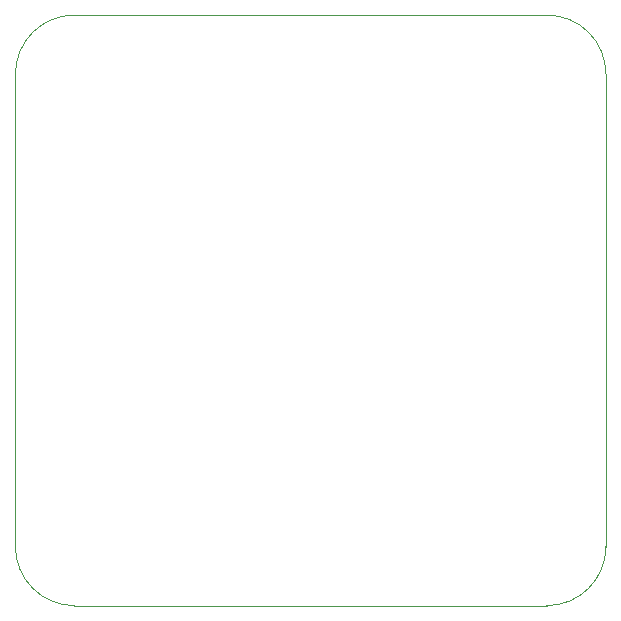
<source format=gbr>
%TF.GenerationSoftware,KiCad,Pcbnew,(6.0.7)*%
%TF.CreationDate,2024-06-12T19:26:07+01:00*%
%TF.ProjectId,BaroAxel_Brain,4261726f-4178-4656-9c5f-427261696e2e,1.0*%
%TF.SameCoordinates,Original*%
%TF.FileFunction,Profile,NP*%
%FSLAX46Y46*%
G04 Gerber Fmt 4.6, Leading zero omitted, Abs format (unit mm)*
G04 Created by KiCad (PCBNEW (6.0.7)) date 2024-06-12 19:26:07*
%MOMM*%
%LPD*%
G01*
G04 APERTURE LIST*
%TA.AperFunction,Profile*%
%ADD10C,0.100000*%
%TD*%
G04 APERTURE END LIST*
D10*
X172820000Y-96730000D02*
G75*
G03*
X167820000Y-91730000I-5000000J0D01*
G01*
X167820000Y-141730000D02*
X127820000Y-141730000D01*
X122820000Y-136730000D02*
X122820000Y-96730000D01*
X167820000Y-141730000D02*
G75*
G03*
X172820000Y-136730000I0J5000000D01*
G01*
X127820000Y-91730000D02*
X167820000Y-91730000D01*
X122820000Y-136730000D02*
G75*
G03*
X127820000Y-141730000I5000000J0D01*
G01*
X127820000Y-91730000D02*
G75*
G03*
X122820000Y-96730000I0J-5000000D01*
G01*
X172820000Y-96730000D02*
X172820000Y-136730000D01*
M02*

</source>
